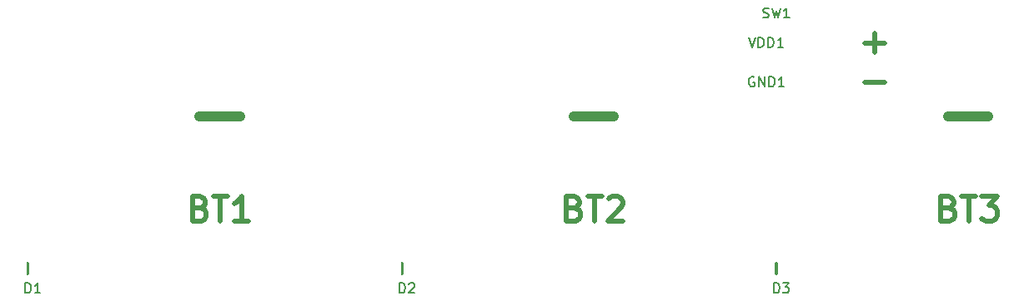
<source format=gto>
G04 #@! TF.FileFunction,Legend,Top*
%FSLAX46Y46*%
G04 Gerber Fmt 4.6, Leading zero omitted, Abs format (unit mm)*
G04 Created by KiCad (PCBNEW 4.0.7) date 03/19/18 10:43:22*
%MOMM*%
%LPD*%
G01*
G04 APERTURE LIST*
%ADD10C,0.100000*%
%ADD11C,0.500000*%
%ADD12C,1.000000*%
%ADD13C,0.300000*%
%ADD14C,0.200000*%
%ADD15C,2.600000*%
%ADD16R,3.650000X4.970000*%
%ADD17R,1.900000X1.600000*%
%ADD18C,1.300000*%
%ADD19R,1.600000X1.200000*%
%ADD20R,1.100000X2.100000*%
%ADD21R,6.800000X2.400000*%
%ADD22R,4.300000X2.400000*%
G04 APERTURE END LIST*
D10*
D11*
X186000000Y-57000000D02*
X188000000Y-57000000D01*
X187000000Y-52000000D02*
X187000000Y-54000000D01*
X186000000Y-53000000D02*
X188000000Y-53000000D01*
D12*
X194460000Y-60480000D02*
X198540000Y-60480000D01*
X156460000Y-60480000D02*
X160540000Y-60480000D01*
X118460000Y-60480000D02*
X122540000Y-60480000D01*
D13*
X176992000Y-75492000D02*
X176992000Y-76508000D01*
X138992000Y-75492000D02*
X138992000Y-76508000D01*
X100992000Y-75492000D02*
X100992000Y-76508000D01*
D11*
X194535714Y-69821429D02*
X194892857Y-69940476D01*
X195011905Y-70059524D01*
X195130953Y-70297619D01*
X195130953Y-70654762D01*
X195011905Y-70892857D01*
X194892857Y-71011905D01*
X194654762Y-71130952D01*
X193702381Y-71130952D01*
X193702381Y-68630952D01*
X194535714Y-68630952D01*
X194773810Y-68750000D01*
X194892857Y-68869048D01*
X195011905Y-69107143D01*
X195011905Y-69345238D01*
X194892857Y-69583333D01*
X194773810Y-69702381D01*
X194535714Y-69821429D01*
X193702381Y-69821429D01*
X195845238Y-68630952D02*
X197273810Y-68630952D01*
X196559524Y-71130952D02*
X196559524Y-68630952D01*
X197869048Y-68630952D02*
X199416667Y-68630952D01*
X198583334Y-69583333D01*
X198940476Y-69583333D01*
X199178572Y-69702381D01*
X199297619Y-69821429D01*
X199416667Y-70059524D01*
X199416667Y-70654762D01*
X199297619Y-70892857D01*
X199178572Y-71011905D01*
X198940476Y-71130952D01*
X198226191Y-71130952D01*
X197988095Y-71011905D01*
X197869048Y-70892857D01*
X156535714Y-69821429D02*
X156892857Y-69940476D01*
X157011905Y-70059524D01*
X157130953Y-70297619D01*
X157130953Y-70654762D01*
X157011905Y-70892857D01*
X156892857Y-71011905D01*
X156654762Y-71130952D01*
X155702381Y-71130952D01*
X155702381Y-68630952D01*
X156535714Y-68630952D01*
X156773810Y-68750000D01*
X156892857Y-68869048D01*
X157011905Y-69107143D01*
X157011905Y-69345238D01*
X156892857Y-69583333D01*
X156773810Y-69702381D01*
X156535714Y-69821429D01*
X155702381Y-69821429D01*
X157845238Y-68630952D02*
X159273810Y-68630952D01*
X158559524Y-71130952D02*
X158559524Y-68630952D01*
X159988095Y-68869048D02*
X160107143Y-68750000D01*
X160345238Y-68630952D01*
X160940476Y-68630952D01*
X161178572Y-68750000D01*
X161297619Y-68869048D01*
X161416667Y-69107143D01*
X161416667Y-69345238D01*
X161297619Y-69702381D01*
X159869048Y-71130952D01*
X161416667Y-71130952D01*
X118535714Y-69821429D02*
X118892857Y-69940476D01*
X119011905Y-70059524D01*
X119130953Y-70297619D01*
X119130953Y-70654762D01*
X119011905Y-70892857D01*
X118892857Y-71011905D01*
X118654762Y-71130952D01*
X117702381Y-71130952D01*
X117702381Y-68630952D01*
X118535714Y-68630952D01*
X118773810Y-68750000D01*
X118892857Y-68869048D01*
X119011905Y-69107143D01*
X119011905Y-69345238D01*
X118892857Y-69583333D01*
X118773810Y-69702381D01*
X118535714Y-69821429D01*
X117702381Y-69821429D01*
X119845238Y-68630952D02*
X121273810Y-68630952D01*
X120559524Y-71130952D02*
X120559524Y-68630952D01*
X123416667Y-71130952D02*
X121988095Y-71130952D01*
X122702381Y-71130952D02*
X122702381Y-68630952D01*
X122464286Y-68988095D01*
X122226191Y-69226190D01*
X121988095Y-69345238D01*
D14*
X176761905Y-78452381D02*
X176761905Y-77452381D01*
X177000000Y-77452381D01*
X177142858Y-77500000D01*
X177238096Y-77595238D01*
X177285715Y-77690476D01*
X177333334Y-77880952D01*
X177333334Y-78023810D01*
X177285715Y-78214286D01*
X177238096Y-78309524D01*
X177142858Y-78404762D01*
X177000000Y-78452381D01*
X176761905Y-78452381D01*
X177666667Y-77452381D02*
X178285715Y-77452381D01*
X177952381Y-77833333D01*
X178095239Y-77833333D01*
X178190477Y-77880952D01*
X178238096Y-77928571D01*
X178285715Y-78023810D01*
X178285715Y-78261905D01*
X178238096Y-78357143D01*
X178190477Y-78404762D01*
X178095239Y-78452381D01*
X177809524Y-78452381D01*
X177714286Y-78404762D01*
X177666667Y-78357143D01*
X138761905Y-78452381D02*
X138761905Y-77452381D01*
X139000000Y-77452381D01*
X139142858Y-77500000D01*
X139238096Y-77595238D01*
X139285715Y-77690476D01*
X139333334Y-77880952D01*
X139333334Y-78023810D01*
X139285715Y-78214286D01*
X139238096Y-78309524D01*
X139142858Y-78404762D01*
X139000000Y-78452381D01*
X138761905Y-78452381D01*
X139714286Y-77547619D02*
X139761905Y-77500000D01*
X139857143Y-77452381D01*
X140095239Y-77452381D01*
X140190477Y-77500000D01*
X140238096Y-77547619D01*
X140285715Y-77642857D01*
X140285715Y-77738095D01*
X140238096Y-77880952D01*
X139666667Y-78452381D01*
X140285715Y-78452381D01*
X100761905Y-78452381D02*
X100761905Y-77452381D01*
X101000000Y-77452381D01*
X101142858Y-77500000D01*
X101238096Y-77595238D01*
X101285715Y-77690476D01*
X101333334Y-77880952D01*
X101333334Y-78023810D01*
X101285715Y-78214286D01*
X101238096Y-78309524D01*
X101142858Y-78404762D01*
X101000000Y-78452381D01*
X100761905Y-78452381D01*
X102285715Y-78452381D02*
X101714286Y-78452381D01*
X102000000Y-78452381D02*
X102000000Y-77452381D01*
X101904762Y-77595238D01*
X101809524Y-77690476D01*
X101714286Y-77738095D01*
X175666667Y-50404762D02*
X175809524Y-50452381D01*
X176047620Y-50452381D01*
X176142858Y-50404762D01*
X176190477Y-50357143D01*
X176238096Y-50261905D01*
X176238096Y-50166667D01*
X176190477Y-50071429D01*
X176142858Y-50023810D01*
X176047620Y-49976190D01*
X175857143Y-49928571D01*
X175761905Y-49880952D01*
X175714286Y-49833333D01*
X175666667Y-49738095D01*
X175666667Y-49642857D01*
X175714286Y-49547619D01*
X175761905Y-49500000D01*
X175857143Y-49452381D01*
X176095239Y-49452381D01*
X176238096Y-49500000D01*
X176571429Y-49452381D02*
X176809524Y-50452381D01*
X177000001Y-49738095D01*
X177190477Y-50452381D01*
X177428572Y-49452381D01*
X178333334Y-50452381D02*
X177761905Y-50452381D01*
X178047619Y-50452381D02*
X178047619Y-49452381D01*
X177952381Y-49595238D01*
X177857143Y-49690476D01*
X177761905Y-49738095D01*
X174190476Y-52452381D02*
X174523809Y-53452381D01*
X174857143Y-52452381D01*
X175190476Y-53452381D02*
X175190476Y-52452381D01*
X175428571Y-52452381D01*
X175571429Y-52500000D01*
X175666667Y-52595238D01*
X175714286Y-52690476D01*
X175761905Y-52880952D01*
X175761905Y-53023810D01*
X175714286Y-53214286D01*
X175666667Y-53309524D01*
X175571429Y-53404762D01*
X175428571Y-53452381D01*
X175190476Y-53452381D01*
X176190476Y-53452381D02*
X176190476Y-52452381D01*
X176428571Y-52452381D01*
X176571429Y-52500000D01*
X176666667Y-52595238D01*
X176714286Y-52690476D01*
X176761905Y-52880952D01*
X176761905Y-53023810D01*
X176714286Y-53214286D01*
X176666667Y-53309524D01*
X176571429Y-53404762D01*
X176428571Y-53452381D01*
X176190476Y-53452381D01*
X177714286Y-53452381D02*
X177142857Y-53452381D01*
X177428571Y-53452381D02*
X177428571Y-52452381D01*
X177333333Y-52595238D01*
X177238095Y-52690476D01*
X177142857Y-52738095D01*
X174761905Y-56500000D02*
X174666667Y-56452381D01*
X174523810Y-56452381D01*
X174380952Y-56500000D01*
X174285714Y-56595238D01*
X174238095Y-56690476D01*
X174190476Y-56880952D01*
X174190476Y-57023810D01*
X174238095Y-57214286D01*
X174285714Y-57309524D01*
X174380952Y-57404762D01*
X174523810Y-57452381D01*
X174619048Y-57452381D01*
X174761905Y-57404762D01*
X174809524Y-57357143D01*
X174809524Y-57023810D01*
X174619048Y-57023810D01*
X175238095Y-57452381D02*
X175238095Y-56452381D01*
X175809524Y-57452381D01*
X175809524Y-56452381D01*
X176285714Y-57452381D02*
X176285714Y-56452381D01*
X176523809Y-56452381D01*
X176666667Y-56500000D01*
X176761905Y-56595238D01*
X176809524Y-56690476D01*
X176857143Y-56880952D01*
X176857143Y-57023810D01*
X176809524Y-57214286D01*
X176761905Y-57309524D01*
X176666667Y-57404762D01*
X176523809Y-57452381D01*
X176285714Y-57452381D01*
X177809524Y-57452381D02*
X177238095Y-57452381D01*
X177523809Y-57452381D02*
X177523809Y-56452381D01*
X177428571Y-56595238D01*
X177333333Y-56690476D01*
X177238095Y-56738095D01*
%LPC*%
D15*
X101500000Y-62500000D03*
X139500000Y-62500000D03*
X177500000Y-62500000D03*
D16*
X211840000Y-70000000D03*
X181160000Y-70000000D03*
X173840000Y-70000000D03*
X143160000Y-70000000D03*
X135840000Y-70000000D03*
X105160000Y-70000000D03*
D17*
X179050000Y-76000000D03*
X175950000Y-76000000D03*
X141050000Y-76000000D03*
X137950000Y-76000000D03*
X103050000Y-76000000D03*
X99950000Y-76000000D03*
D18*
X175500000Y-45750000D03*
X178500000Y-45750000D03*
X178500000Y-45750000D03*
X175500000Y-45750000D03*
D19*
X180750000Y-44650000D03*
X180750000Y-46850000D03*
X173250000Y-44650000D03*
X173250000Y-46850000D03*
D20*
X179250000Y-47600000D03*
X176250000Y-47600000D03*
X174750000Y-47600000D03*
D21*
X181450000Y-53000000D03*
D22*
X171800000Y-53000000D03*
D21*
X181450000Y-57000000D03*
D22*
X171800000Y-57000000D03*
M02*

</source>
